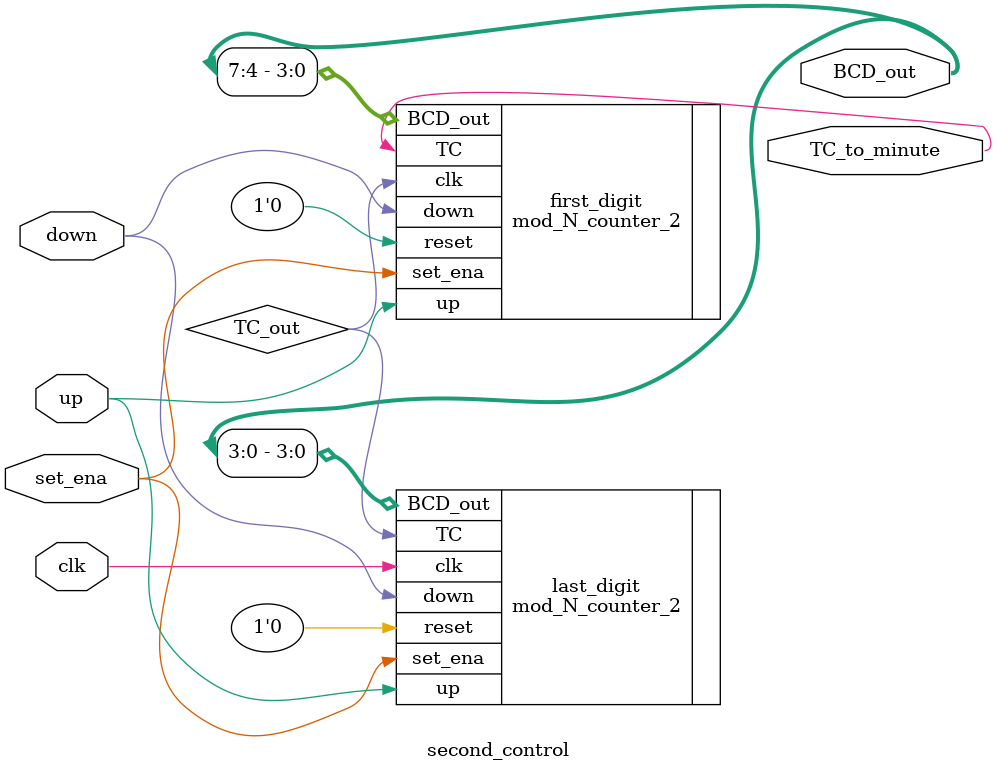
<source format=v>
module second_control(clk, set_ena, up, down, BCD_out, TC_to_minute);
	input clk;
	input set_ena;
	input up;
	input down;
	output [7:0]BCD_out;
	output TC_to_minute;
	
	wire TC_out;
	mod_N_counter_2 #(.MODE_N(10)) last_digit		
		(.clk(clk), .set_ena(set_ena), .reset(1'b0),.up(up), .down(down), .BCD_out(BCD_out[3:0]), .TC(TC_out));
	mod_N_counter_2 #(.MODE_N(6)) first_digit
		(.clk(TC_out), .set_ena(set_ena),.reset(1'b0), .up(up), .down(down), .BCD_out(BCD_out[7:4]), .TC(TC_to_minute));
	
endmodule 
</source>
